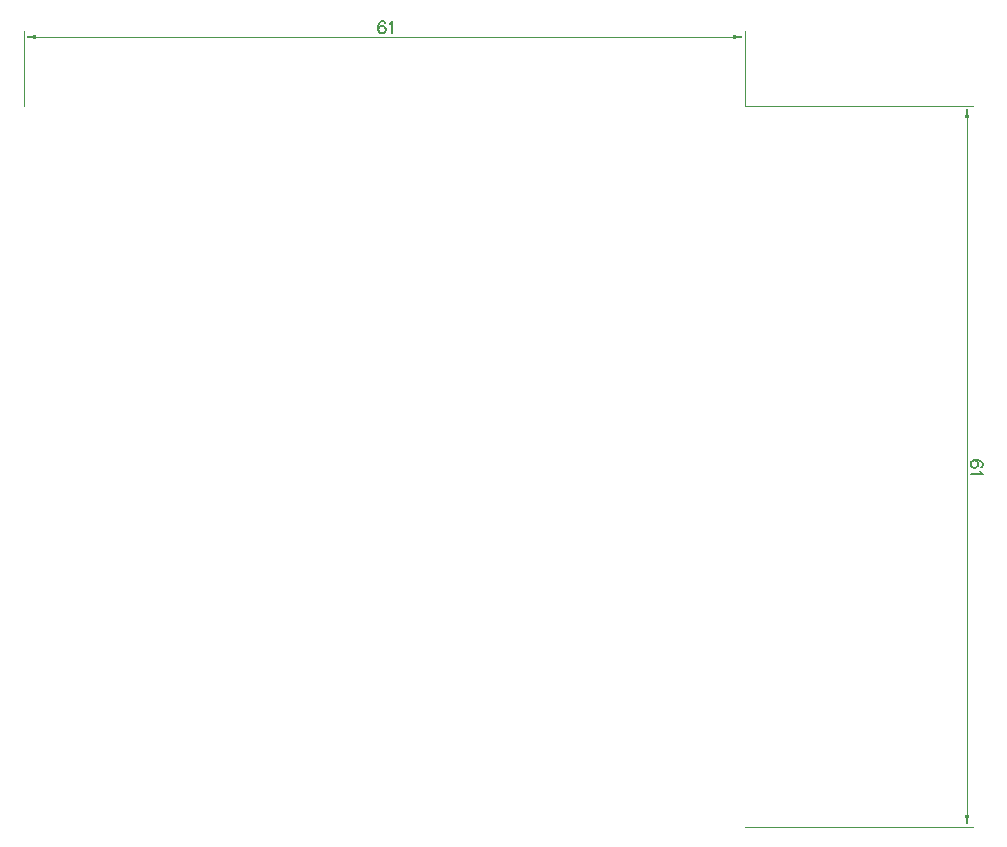
<source format=gbr>
G04 DipTrace 3.2.0.1*
G04 TopDimension.gbr*
%MOIN*%
G04 #@! TF.FileFunction,Drawing,Top*
G04 #@! TF.Part,Single*
%ADD13C,0.001378*%
%ADD104C,0.006176*%
%FSLAX26Y26*%
G04*
G70*
G90*
G75*
G01*
G04 TopDimension*
%LPD*%
X393701Y2795276D2*
D13*
Y3045428D1*
X2795276Y2795276D2*
Y3045428D1*
X1594488Y3025743D2*
X433071D1*
G36*
X393701D2*
X433071Y3033617D1*
Y3017869D1*
X393701Y3025743D1*
G37*
X1594488D2*
D13*
X2755906D1*
G36*
X2795276D2*
X2755906Y3017869D1*
Y3033617D1*
X2795276Y3025743D1*
G37*
Y2795276D2*
D13*
X3556181D1*
X2795276Y393701D2*
X3556181D1*
X3536496Y1594488D2*
Y2755906D1*
G36*
Y2795276D2*
X3544370Y2755906D1*
X3528622D1*
X3536496Y2795276D1*
G37*
Y1594488D2*
D13*
Y433071D1*
G36*
Y393701D2*
X3528622Y433071D1*
X3544370D1*
X3536496Y393701D1*
G37*
X1597126Y3072398D2*
D104*
X1595225Y3076200D1*
X1589477Y3078101D1*
X1585674D1*
X1579926Y3076200D1*
X1576080Y3070452D1*
X1574178Y3060901D1*
Y3051351D1*
X1576080Y3043702D1*
X1579926Y3039855D1*
X1585674Y3037954D1*
X1587576D1*
X1593280Y3039855D1*
X1597126Y3043702D1*
X1599028Y3049450D1*
Y3051351D1*
X1597126Y3057099D1*
X1593280Y3060901D1*
X1587576Y3062803D1*
X1585674D1*
X1579926Y3060901D1*
X1576080Y3057099D1*
X1574178Y3051351D1*
X1611379Y3070452D2*
X1615226Y3072398D1*
X1620974Y3078101D1*
Y3037954D1*
X3583151Y1591850D2*
X3586953Y1593751D1*
X3588855Y1599499D1*
Y1603302D1*
X3586953Y1609050D1*
X3581205Y1612897D1*
X3571655Y1614798D1*
X3562104D1*
X3554455Y1612897D1*
X3550608Y1609050D1*
X3548707Y1603302D1*
Y1601401D1*
X3550608Y1595697D1*
X3554455Y1591850D1*
X3560203Y1589949D1*
X3562104D1*
X3567852Y1591850D1*
X3571655Y1595697D1*
X3573556Y1601401D1*
Y1603302D1*
X3571655Y1609050D1*
X3567852Y1612897D1*
X3562104Y1614798D1*
X3581205Y1577597D2*
X3583151Y1573751D1*
X3588855Y1568003D1*
X3548707D1*
M02*

</source>
